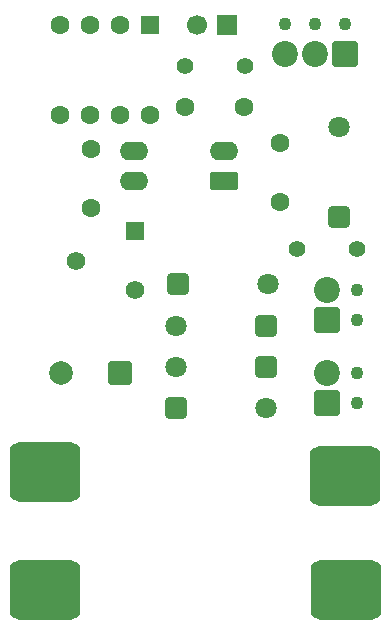
<source format=gbr>
%TF.GenerationSoftware,KiCad,Pcbnew,9.0.7*%
%TF.CreationDate,2026-02-13T16:37:28+01:00*%
%TF.ProjectId,Alpha2_GO_PWM,416c7068-6132-45f4-974f-5f50574d2e6b,rev?*%
%TF.SameCoordinates,Original*%
%TF.FileFunction,Soldermask,Top*%
%TF.FilePolarity,Negative*%
%FSLAX46Y46*%
G04 Gerber Fmt 4.6, Leading zero omitted, Abs format (unit mm)*
G04 Created by KiCad (PCBNEW 9.0.7) date 2026-02-13 16:37:28*
%MOMM*%
%LPD*%
G01*
G04 APERTURE LIST*
G04 Aperture macros list*
%AMRoundRect*
0 Rectangle with rounded corners*
0 $1 Rounding radius*
0 $2 $3 $4 $5 $6 $7 $8 $9 X,Y pos of 4 corners*
0 Add a 4 corners polygon primitive as box body*
4,1,4,$2,$3,$4,$5,$6,$7,$8,$9,$2,$3,0*
0 Add four circle primitives for the rounded corners*
1,1,$1+$1,$2,$3*
1,1,$1+$1,$4,$5*
1,1,$1+$1,$6,$7*
1,1,$1+$1,$8,$9*
0 Add four rect primitives between the rounded corners*
20,1,$1+$1,$2,$3,$4,$5,0*
20,1,$1+$1,$4,$5,$6,$7,0*
20,1,$1+$1,$6,$7,$8,$9,0*
20,1,$1+$1,$8,$9,$2,$3,0*%
G04 Aperture macros list end*
%ADD10RoundRect,0.750000X-2.250000X-1.750000X2.250000X-1.750000X2.250000X1.750000X-2.250000X1.750000X0*%
%ADD11RoundRect,0.250000X0.750000X0.750000X-0.750000X0.750000X-0.750000X-0.750000X0.750000X-0.750000X0*%
%ADD12C,2.000000*%
%ADD13RoundRect,0.250000X0.950000X0.550000X-0.950000X0.550000X-0.950000X-0.550000X0.950000X-0.550000X0*%
%ADD14O,2.400000X1.600000*%
%ADD15RoundRect,0.250000X-0.550000X0.550000X-0.550000X-0.550000X0.550000X-0.550000X0.550000X0.550000X0*%
%ADD16C,1.600000*%
%ADD17R,1.560000X1.560000*%
%ADD18C,1.560000*%
%ADD19C,1.400000*%
%ADD20C,1.100000*%
%ADD21RoundRect,0.249999X0.850001X-0.850001X0.850001X0.850001X-0.850001X0.850001X-0.850001X-0.850001X0*%
%ADD22C,2.200000*%
%ADD23RoundRect,0.249999X0.850001X0.850001X-0.850001X0.850001X-0.850001X-0.850001X0.850001X-0.850001X0*%
%ADD24R,1.700000X1.700000*%
%ADD25C,1.700000*%
%ADD26RoundRect,0.250000X0.650000X0.650000X-0.650000X0.650000X-0.650000X-0.650000X0.650000X-0.650000X0*%
%ADD27C,1.800000*%
%ADD28RoundRect,0.250000X-0.650000X-0.650000X0.650000X-0.650000X0.650000X0.650000X-0.650000X0.650000X0*%
%ADD29RoundRect,0.250000X0.650000X-0.650000X0.650000X0.650000X-0.650000X0.650000X-0.650000X-0.650000X0*%
G04 APERTURE END LIST*
D10*
%TO.C,V1*%
X97100000Y-111900000D03*
X97100000Y-121900000D03*
X122600000Y-121900000D03*
X122500000Y-112210000D03*
%TD*%
D11*
%TO.C,C1*%
X103500000Y-103500000D03*
D12*
X98500000Y-103500000D03*
%TD*%
D13*
%TO.C,U2*%
X112310000Y-87275000D03*
D14*
X112310000Y-84735000D03*
X104690000Y-84735000D03*
X104690000Y-87275000D03*
%TD*%
D15*
%TO.C,U1*%
X106000000Y-74000000D03*
D16*
X103460000Y-74000000D03*
X100920000Y-74000000D03*
X98380000Y-74000000D03*
X98380000Y-81620000D03*
X100920000Y-81620000D03*
X103460000Y-81620000D03*
X106000000Y-81620000D03*
%TD*%
D17*
%TO.C,RV1*%
X104740000Y-91500000D03*
D18*
X99740000Y-94000000D03*
X104740000Y-96500000D03*
%TD*%
D19*
%TO.C,R2*%
X118460000Y-93000000D03*
X123540000Y-93000000D03*
%TD*%
%TO.C,R1*%
X114040000Y-77500000D03*
X108960000Y-77500000D03*
%TD*%
D20*
%TO.C,J4*%
X123540000Y-99040000D03*
X123540000Y-96500000D03*
D21*
X121000000Y-99040000D03*
D22*
X121000000Y-96500000D03*
%TD*%
D20*
%TO.C,J3*%
X123540000Y-106040000D03*
X123540000Y-103500000D03*
D21*
X121000000Y-106040000D03*
D22*
X121000000Y-103500000D03*
%TD*%
D20*
%TO.C,J2*%
X122500000Y-73960000D03*
X119960000Y-73960000D03*
X117420000Y-73960000D03*
D23*
X122500000Y-76500000D03*
D22*
X119960000Y-76500000D03*
X117420000Y-76500000D03*
%TD*%
D24*
%TO.C,J1*%
X112500000Y-74000000D03*
D25*
X109960000Y-74000000D03*
%TD*%
D26*
%TO.C,D6*%
X115810000Y-103000000D03*
D27*
X108190000Y-103000000D03*
%TD*%
D26*
%TO.C,D5*%
X115810000Y-99500000D03*
D27*
X108190000Y-99500000D03*
%TD*%
D28*
%TO.C,D4*%
X108190000Y-106500000D03*
D27*
X115810000Y-106500000D03*
%TD*%
D28*
%TO.C,D3*%
X108380000Y-96000000D03*
D27*
X116000000Y-96000000D03*
%TD*%
D29*
%TO.C,D2*%
X122000000Y-90310000D03*
D27*
X122000000Y-82690000D03*
%TD*%
D16*
%TO.C,C4*%
X117000000Y-84000000D03*
X117000000Y-89000000D03*
%TD*%
%TO.C,C3*%
X101000000Y-84500000D03*
X101000000Y-89500000D03*
%TD*%
%TO.C,C2*%
X114000000Y-81000000D03*
X109000000Y-81000000D03*
%TD*%
M02*

</source>
